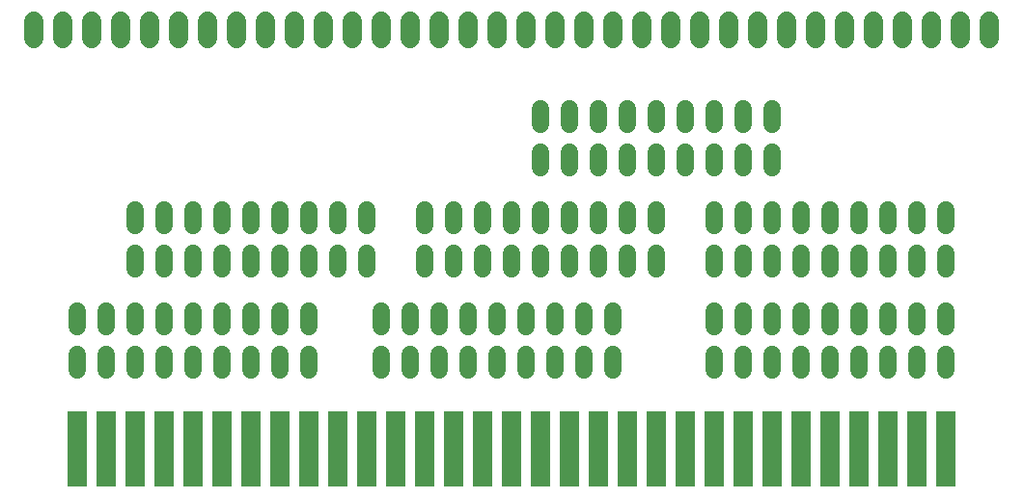
<source format=gts>
G75*
%MOIN*%
%OFA0B0*%
%FSLAX24Y24*%
%IPPOS*%
%LPD*%
%AMOC8*
5,1,8,0,0,1.08239X$1,22.5*
%
%ADD10R,0.0680X0.2630*%
%ADD11C,0.0600*%
%ADD12C,0.0680*%
D10*
X002180Y001940D03*
X003180Y001940D03*
X004180Y001940D03*
X005180Y001940D03*
X006180Y001940D03*
X007180Y001940D03*
X008180Y001940D03*
X009180Y001940D03*
X010180Y001940D03*
X011180Y001940D03*
X012180Y001940D03*
X013180Y001940D03*
X014180Y001940D03*
X015180Y001940D03*
X016180Y001940D03*
X017180Y001940D03*
X018180Y001940D03*
X019180Y001940D03*
X020180Y001940D03*
X021180Y001940D03*
X022180Y001940D03*
X023180Y001940D03*
X024180Y001940D03*
X025180Y001940D03*
X026180Y001940D03*
X027180Y001940D03*
X028180Y001940D03*
X029180Y001940D03*
X030180Y001940D03*
X031180Y001940D03*
X032180Y001940D03*
D11*
X032180Y004680D02*
X032180Y005200D01*
X031180Y005200D02*
X031180Y004680D01*
X030180Y004680D02*
X030180Y005200D01*
X029180Y005200D02*
X029180Y004680D01*
X028180Y004680D02*
X028180Y005200D01*
X027180Y005200D02*
X027180Y004680D01*
X026180Y004680D02*
X026180Y005200D01*
X025180Y005200D02*
X025180Y004680D01*
X024180Y004680D02*
X024180Y005200D01*
X024180Y006180D02*
X024180Y006700D01*
X025180Y006700D02*
X025180Y006180D01*
X026180Y006180D02*
X026180Y006700D01*
X027180Y006700D02*
X027180Y006180D01*
X028180Y006180D02*
X028180Y006700D01*
X029180Y006700D02*
X029180Y006180D01*
X030180Y006180D02*
X030180Y006700D01*
X031180Y006700D02*
X031180Y006180D01*
X032180Y006180D02*
X032180Y006700D01*
X032180Y008180D02*
X032180Y008700D01*
X031180Y008700D02*
X031180Y008180D01*
X030180Y008180D02*
X030180Y008700D01*
X029180Y008700D02*
X029180Y008180D01*
X028180Y008180D02*
X028180Y008700D01*
X027180Y008700D02*
X027180Y008180D01*
X026180Y008180D02*
X026180Y008700D01*
X025180Y008700D02*
X025180Y008180D01*
X024180Y008180D02*
X024180Y008700D01*
X024180Y009680D02*
X024180Y010200D01*
X025180Y010200D02*
X025180Y009680D01*
X026180Y009680D02*
X026180Y010200D01*
X027180Y010200D02*
X027180Y009680D01*
X028180Y009680D02*
X028180Y010200D01*
X029180Y010200D02*
X029180Y009680D01*
X030180Y009680D02*
X030180Y010200D01*
X031180Y010200D02*
X031180Y009680D01*
X032180Y009680D02*
X032180Y010200D01*
X026180Y011680D02*
X026180Y012200D01*
X025180Y012200D02*
X025180Y011680D01*
X024180Y011680D02*
X024180Y012200D01*
X023180Y012200D02*
X023180Y011680D01*
X022180Y011680D02*
X022180Y012200D01*
X021180Y012200D02*
X021180Y011680D01*
X020180Y011680D02*
X020180Y012200D01*
X019180Y012200D02*
X019180Y011680D01*
X018180Y011680D02*
X018180Y012200D01*
X018180Y013180D02*
X018180Y013700D01*
X019180Y013700D02*
X019180Y013180D01*
X020180Y013180D02*
X020180Y013700D01*
X021180Y013700D02*
X021180Y013180D01*
X022180Y013180D02*
X022180Y013700D01*
X023180Y013700D02*
X023180Y013180D01*
X024180Y013180D02*
X024180Y013700D01*
X025180Y013700D02*
X025180Y013180D01*
X026180Y013180D02*
X026180Y013700D01*
X022180Y010200D02*
X022180Y009680D01*
X021180Y009680D02*
X021180Y010200D01*
X020180Y010200D02*
X020180Y009680D01*
X019180Y009680D02*
X019180Y010200D01*
X018180Y010200D02*
X018180Y009680D01*
X017180Y009680D02*
X017180Y010200D01*
X016180Y010200D02*
X016180Y009680D01*
X015180Y009680D02*
X015180Y010200D01*
X014180Y010200D02*
X014180Y009680D01*
X014180Y008700D02*
X014180Y008180D01*
X015180Y008180D02*
X015180Y008700D01*
X016180Y008700D02*
X016180Y008180D01*
X017180Y008180D02*
X017180Y008700D01*
X018180Y008700D02*
X018180Y008180D01*
X019180Y008180D02*
X019180Y008700D01*
X020180Y008700D02*
X020180Y008180D01*
X021180Y008180D02*
X021180Y008700D01*
X022180Y008700D02*
X022180Y008180D01*
X020680Y006700D02*
X020680Y006180D01*
X019680Y006180D02*
X019680Y006700D01*
X018680Y006700D02*
X018680Y006180D01*
X017680Y006180D02*
X017680Y006700D01*
X016680Y006700D02*
X016680Y006180D01*
X015680Y006180D02*
X015680Y006700D01*
X014680Y006700D02*
X014680Y006180D01*
X013680Y006180D02*
X013680Y006700D01*
X012680Y006700D02*
X012680Y006180D01*
X012680Y005200D02*
X012680Y004680D01*
X013680Y004680D02*
X013680Y005200D01*
X014680Y005200D02*
X014680Y004680D01*
X015680Y004680D02*
X015680Y005200D01*
X016680Y005200D02*
X016680Y004680D01*
X017680Y004680D02*
X017680Y005200D01*
X018680Y005200D02*
X018680Y004680D01*
X019680Y004680D02*
X019680Y005200D01*
X020680Y005200D02*
X020680Y004680D01*
X012180Y008180D02*
X012180Y008700D01*
X011180Y008700D02*
X011180Y008180D01*
X010180Y008180D02*
X010180Y008700D01*
X009180Y008700D02*
X009180Y008180D01*
X008180Y008180D02*
X008180Y008700D01*
X007180Y008700D02*
X007180Y008180D01*
X006180Y008180D02*
X006180Y008700D01*
X005180Y008700D02*
X005180Y008180D01*
X004180Y008180D02*
X004180Y008700D01*
X004180Y009680D02*
X004180Y010200D01*
X005180Y010200D02*
X005180Y009680D01*
X006180Y009680D02*
X006180Y010200D01*
X007180Y010200D02*
X007180Y009680D01*
X008180Y009680D02*
X008180Y010200D01*
X009180Y010200D02*
X009180Y009680D01*
X010180Y009680D02*
X010180Y010200D01*
X011180Y010200D02*
X011180Y009680D01*
X012180Y009680D02*
X012180Y010200D01*
X010180Y006700D02*
X010180Y006180D01*
X009180Y006180D02*
X009180Y006700D01*
X008180Y006700D02*
X008180Y006180D01*
X007180Y006180D02*
X007180Y006700D01*
X006180Y006700D02*
X006180Y006180D01*
X005180Y006180D02*
X005180Y006700D01*
X004180Y006700D02*
X004180Y006180D01*
X003180Y006180D02*
X003180Y006700D01*
X002180Y006700D02*
X002180Y006180D01*
X002180Y005200D02*
X002180Y004680D01*
X003180Y004680D02*
X003180Y005200D01*
X004180Y005200D02*
X004180Y004680D01*
X005180Y004680D02*
X005180Y005200D01*
X006180Y005200D02*
X006180Y004680D01*
X007180Y004680D02*
X007180Y005200D01*
X008180Y005200D02*
X008180Y004680D01*
X009180Y004680D02*
X009180Y005200D01*
X010180Y005200D02*
X010180Y004680D01*
D12*
X009680Y016140D02*
X009680Y016740D01*
X008680Y016740D02*
X008680Y016140D01*
X007680Y016140D02*
X007680Y016740D01*
X006680Y016740D02*
X006680Y016140D01*
X005680Y016140D02*
X005680Y016740D01*
X004680Y016740D02*
X004680Y016140D01*
X003680Y016140D02*
X003680Y016740D01*
X002680Y016740D02*
X002680Y016140D01*
X001680Y016140D02*
X001680Y016740D01*
X000680Y016740D02*
X000680Y016140D01*
X010680Y016140D02*
X010680Y016740D01*
X011680Y016740D02*
X011680Y016140D01*
X012680Y016140D02*
X012680Y016740D01*
X013680Y016740D02*
X013680Y016140D01*
X014680Y016140D02*
X014680Y016740D01*
X015680Y016740D02*
X015680Y016140D01*
X016680Y016140D02*
X016680Y016740D01*
X017680Y016740D02*
X017680Y016140D01*
X018680Y016140D02*
X018680Y016740D01*
X019680Y016740D02*
X019680Y016140D01*
X020680Y016140D02*
X020680Y016740D01*
X021680Y016740D02*
X021680Y016140D01*
X022680Y016140D02*
X022680Y016740D01*
X023680Y016740D02*
X023680Y016140D01*
X024680Y016140D02*
X024680Y016740D01*
X025680Y016740D02*
X025680Y016140D01*
X026680Y016140D02*
X026680Y016740D01*
X027680Y016740D02*
X027680Y016140D01*
X028680Y016140D02*
X028680Y016740D01*
X029680Y016740D02*
X029680Y016140D01*
X030680Y016140D02*
X030680Y016740D01*
X031680Y016740D02*
X031680Y016140D01*
X032680Y016140D02*
X032680Y016740D01*
X033680Y016740D02*
X033680Y016140D01*
M02*

</source>
